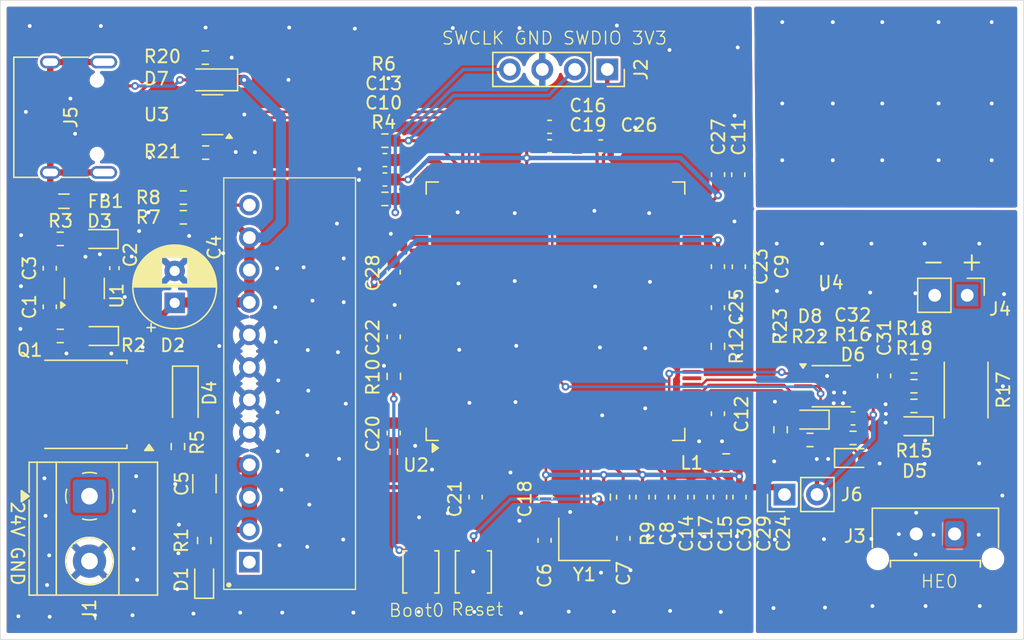
<source format=kicad_pcb>
(kicad_pcb (version 20241229) (generator "pcbnew") (generator_version "9.0")
  (layers (0 "F.Cu" signal) (2 "B.Cu" signal) (13 "F.Paste" user) (15 "B.Paste" user) (5 "F.SilkS" user "F.Silkscreen") (7 "B.SilkS" user "B.Silkscreen") (1 "F.Mask" user) (3 "B.Mask" user) (25 "Edge.Cuts" user))
  (net 0 "")
  (net 1 "+5V")
  (net 2 "GND")
  (net 3 "Net-(U1-BP)")
  (net 4 "+3V3")
  (net 5 "VDD")
  (net 6 "Net-(U2-PH0)")
  (net 7 "Net-(U2-PH1)")
  (net 8 "~{RESET}")
  (net 9 "Net-(U2-VCAP_1)")
  (net 10 "Net-(U2-VCAP_2)")
  (net 11 "+3.3VA")
  (net 12 "Heater2-")
  (net 13 "TH2")
  (net 14 "Net-(D1-A)")
  (net 15 "Net-(D2-A)")
  (net 16 "Net-(D3-A)")
  (net 17 "Net-(D4-A)")
  (net 18 "Net-(D5-A)")
  (net 19 "Net-(D6-A)")
  (net 20 "Net-(D7-A)")
  (net 21 "ALERT2")
  (net 22 "Net-(J1-Pin_1)")
  (net 23 "SWDIO")
  (net 24 "SWCLK")
  (net 25 "IN2-")
  (net 26 "Net-(PS1-VADJ)")
  (net 27 "BOOT0")
  (net 30 "Net-(U2-PB2)")
  (net 32 "Heater2+")
  (net 33 "B5")
  (net 34 "CS_HE1")
  (net 42 "ALERT_24V")
  (net 43 "UART_DRV8")
  (net 44 "TACH0")
  (net 45 "A2")
  (net 47 "CAN_RX")
  (net 49 "B7")
  (net 50 "Endstop0")
  (net 51 "A7")
  (net 53 "SPI1_MISO")
  (net 57 "CS_HE0")
  (net 58 "ALERT0")
  (net 59 "B1")
  (net 60 "B0")
  (net 64 "PWM_Hotend")
  (net 65 "ALERT_5V")
  (net 66 "SPI1_SCK")
  (net 69 "DIR_DRV8")
  (net 70 "TACH5")
  (net 73 "MCU_WLED")
  (net 75 "HEATER_TH0")
  (net 77 "SPI1_MOSI")
  (net 79 "DIAG_DRV8")
  (net 80 "ALERT1")
  (net 85 "A0")
  (net 87 "B4")
  (net 89 "B6")
  (net 90 "STEP_DRV8")
  (net 91 "A5")
  (net 92 "5V_CS")
  (net 93 "USB_P")
  (net 94 "TACH3")
  (net 95 "TH0")
  (net 98 "A6")
  (net 99 "LED0_INT")
  (net 100 "3V3_CS")
  (net 101 "LED4_INT")
  (net 102 "B3")
  (net 103 "ALERT_12V")
  (net 105 "LED2_INT")
  (net 106 "TACH4")
  (net 107 "12V_CS")
  (net 111 "LED1_INT")
  (net 112 "MCU_TH0")
  (net 113 "A4")
  (net 114 "TACH2")
  (net 116 "LED5_INT")
  (net 117 "B2")
  (net 118 "A1")
  (net 119 "ALERT_3V3")
  (net 120 "USB_N")
  (net 124 "24V_CS")
  (net 125 "TH1")
  (net 127 "TACH1")
  (net 129 "A3")
  (net 130 "LED3_INT")
  (net 132 "EN_DRV8")
  (net 133 "CS_HE2")
  (net 135 "CAN_TX")
  (net 138 "Net-(U4-IN+)")
  (net 139 "Net-(U4-IN-)")
  (net 140 "Net-(D8-A)")
  (net 141 "Net-(J5-SHIELD)")
  (net 142 "Net-(J5-CC1)")
  (net 143 "Net-(J5-D--PadA7)")
  (net 144 "Net-(J5-CC2)")
  (net 145 "Net-(J5-D+-PadA6)")
  (net 148 "/3V3")
  (footprint "Resistor_SMD:R_0603_1608Metric" (layer "F.Cu") (at 147.98 67.18)
    (property "Reference" "R6")
    (property "Value" "10k" (hide yes))
  )
  (footprint "Capacitor_SMD:C_0603_1608Metric" (layer "F.Cu") (at 184.58 88.915 180)
    (property "Reference" "C32")
    (property "Value" "100n" (hide yes))
  )
  (footprint "Capacitor_SMD:C_1206_3216Metric" (layer "F.Cu") (at 133.87 94.0225 -90)
    (property "Reference" "C5")
    (property "Value" "10u" (hide yes))
  )
  (footprint "Resistor_SMD:R_0603_1608Metric" (layer "F.Cu") (at 133.9375 60.68)
    (property "Reference" "R20")
    (property "Value" "5k1" (hide yes))
  )
  (footprint "LED_SMD:LED_0603_1608Metric" (layer "F.Cu") (at 184.62 92.01)
    (property "Reference" "D6")
    (property "Value" "red" (hide yes))
  )
  (footprint "My library:SW_SPST_B3U-1000P" (layer "F.Cu") (at 150.79 100.925 90)
    (property "Reference" "SW2" (hide yes))
    (property "Value" "BOOT0" (hide yes))
  )
  (footprint "Capacitor_SMD:C_0603_1608Metric" (layer "F.Cu") (at 174.025 69.835 90)
    (property "Reference" "C27")
    (property "Value" "100n" (hide yes))
  )
  (footprint "Capacitor_SMD:C_0603_1608Metric" (layer "F.Cu") (at 164.85 67.635)
    (property "Reference" "C26")
    (property "Value" "100n" (hide yes))
  )
  (footprint "Capacitor_SMD:C_0603_1608Metric" (layer "F.Cu") (at 174.015 80.245 90)
    (property "Reference" "C25")
    (property "Value" "100n" (hide yes))
  )
  (footprint "Capacitor_SMD:C_0603_1608Metric" (layer "F.Cu") (at 148.665 77.475 90)
    (property "Reference" "C28")
    (property "Value" "100n" (hide yes))
  )
  (footprint "Capacitor_SMD:C_0603_1608Metric" (layer "F.Cu") (at 169.634286 95.07 -90)
    (property "Reference" "C17")
    (property "Value" "100n" (hide yes))
  )
  (footprint "LED_SMD:LED_0603_1608Metric" (layer "F.Cu") (at 181.22 89.01 180)
    (property "Reference" "D8")
    (property "Value" "red,NC" (hide yes))
  )
  (footprint "Resistor_SMD:R_0603_1608Metric" (layer "F.Cu") (at 174.015 83.275 -90)
    (property "Reference" "R12")
    (property "Value" "10k" (hide yes))
  )
  (footprint "Capacitor_SMD:C_0603_1608Metric" (layer "F.Cu") (at 171.150714 95.07 -90)
    (property "Reference" "C15")
    (property "Value" "2u2" (hide yes))
  )
  (footprint "Capacitor_SMD:C_0603_1608Metric" (layer "F.Cu") (at 172.667143 95.07 -90)
    (property "Reference" "C30")
    (property "Value" "100n" (hide yes))
  )
  (footprint "Capacitor_SMD:C_0402_1005Metric" (layer "F.Cu") (at 126.83 77.1575 90)
    (property "Reference" "C2")
    (property "Value" "22n" (hide yes))
  )
  (footprint "Capacitor_SMD:C_0603_1608Metric" (layer "F.Cu") (at 168.117857 95.07 -90)
    (property "Reference" "C14")
    (property "Value" "100n" (hide yes))
  )
  (footprint "Resistor_SMD:R_0603_1608Metric" (layer "F.Cu") (at 181.215 90.6 180)
    (property "Reference" "R22")
    (property "Value" "10K,NC" (hide yes))
  )
  (footprint "Capacitor_SMD:C_0603_1608Metric" (layer "F.Cu") (at 175.605 69.845 90)
    (property "Reference" "C11")
    (property "Value" "2u2" (hide yes))
  )
  (footprint "Resistor_SMD:R_0603_1608Metric" (layer "F.Cu") (at 131.795 91.1125 -90)
    (property "Reference" "R5")
    (property "Value" "100k" (hide yes))
  )
  (footprint "Capacitor_SMD:C_0603_1608Metric" (layer "F.Cu") (at 160.855 66.1)
    (property "Reference" "C16")
    (property "Value" "1u" (hide yes))
  )
  (footprint "Capacitor_SMD:C_0603_1608Metric" (layer "F.Cu") (at 155.07 95.07 -90)
    (property "Reference" "C21")
    (property "Value" "1u" (hide yes))
  )
  (footprint "Resistor_SMD:R_2512_6332Metric" (layer "F.Cu") (at 193.42 86.695 90)
    (property "Reference" "R17")
    (property "Value" "0.01R" (hide yes))
  )
  (footprint "Resistor_SMD:R_0603_1608Metric" (layer "F.Cu") (at 165.085 95.07 90)
    (property "Reference" "R9")
    (property "Value" "100k" (hide yes))
  )
  (footprint "Resistor_SMD:R_0603_1608Metric" (layer "F.Cu") (at 122.6 82.4625 180)
    (property "Reference" "R2")
    (property "Value" "1k" (hide yes))
  )
  (footprint "Crystal:Crystal_SMD_Abracon_ABM8G-4Pin_3.2x2.5mm" (layer "F.Cu") (at 163.575 98.38)
    (property "Reference" "Y1")
    (property "Value" "25MHz" (hide yes))
  )
  (footprint "LED_SMD:LED_0603_1608Metric" (layer "F.Cu") (at 189.3625 89.525 180)
    (property "Reference" "D5")
    (property "Value" "red" (hide yes))
  )
  (footprint "Resistor_SMD:R_0603_1608Metric" (layer "F.Cu") (at 148.675 85.62 90)
    (property "Reference" "R10")
    (property "Value" "10k" (hide yes))
  )
  (footprint "Resistor_SMD:R_0603_1608Metric" (layer "F.Cu") (at 178.915 89.8 90)
    (property "Reference" "R23")
    (property "Value" "1K,NC" (hide yes))
  )
  (footprint "Capacitor_SMD:C_0603_1608Metric" (layer "F.Cu") (at 148.665 82.53 90)
    (property "Reference" "C22")
    (property "Value" "100n" (hide yes))
  )
  (footprint "Capacitor_SMD:C_0603_1608Metric" (layer "F.Cu") (at 175.65 77.045 -90)
    (property "Reference" "C9")
    (property "Value" "4u7" (hide yes))
  )
  (footprint "Resistor_SMD:R_0603_1608Metric" (layer "F.Cu") (at 122.6 74.8675 180)
    (property "Reference" "R3")
    (property "Value" "1k" (hide yes))
  )
  (footprint "My library:SW_SPST_B3U-1000P" (layer "F.Cu") (at 154.895 100.925 90)
    (property "Reference" "SW1" (hide yes))
    (property "Value" "Reset" (hide yes))
  )
  (footprint "Diode_SMD:D_SOD-323_HandSoldering" (layer "F.Cu") (at 134.455 62.425 180)
    (property "Reference" "D7")
    (property "Value" "CUS10S30,H3F" (hide yes))
  )
  (footprint "Package_TO_SOT_SMD:TO-252-2" (layer "F.Cu") (at 124.5 87.8125 180)
    (property "Reference" "Q1")
    (property "Value" "SUD50P06-15-GE3" (hide yes))
  )
  (footprint "Capacitor_SMD:C_0603_1608Metric" (layer "F.Cu") (at 166.63 98.3 -90)
    (property "Reference" "C7")
    (property "Value" "12pF" (hide yes))
  )
  (footprint "Library:R7450P" (layer "F.Cu") (at 137.38 86.1925 90)
    (property "Reference" "PS1" (hide yes))
    (property "Value" "K7805-3AR3" (hide yes))
  )
  (footprint "Capacitor_SMD:C_0603_1608Metric" (layer "F.Cu") (at 174.183571 95.07 -90)
    (property "Reference" "C29")
    (property "Value" "2u2" (hide yes))
  )
  (footprint "Diode_SMD:D_SOD-123" (layer "F.Cu") (at 132.375 87.185 -90)
    (property "Reference" "D4")
    (property "Value" "15V" (hide yes))
  )
  (footprint "Resistor_SMD:R_0603_1608Metric" (layer "F.Cu") (at 133.855 98.4675 90)
    (property "Reference" "R1")
    (property "Value" "10k" (hide yes))
  )
  (footprint "TerminalBlock_Phoenix:TerminalBlock_Phoenix_MKDS-1,5-2-5.08_1x02_P5.08mm_Horizontal" (layer "F.Cu") (at 124.8825 95 -90)
    (property "Reference" "J1")
    (property "Value" "MAX128H-5.08-02P" (hide yes))
  )
  (footprint "Resistor_SMD:R_0603_1608Metric" (layer "F.Cu") (at 189.3425 87.938333)
    (property "Reference" "R15")
    (property "Value" "1k" (hide yes))
  )
  (footprint "Capacitor_SMD:C_0603_1608Metric" (layer "F.Cu") (at 160.54 95.07 -90)
    (property "Reference" "C18")
    (property "Value" "100n" (hide yes))
  )
  (footprint "Capacitor_SMD:C_0603_1608Metric" (layer "F.Cu") (at 147.98 70.22 180)
    (property "Reference" "C10")
    (property "Value" "100n" (hide yes))
  )
  (footprint "Package_SO:VSSOP-10_3x3mm_P0.5mm" (layer "F.Cu") (at 182.88 86.395)
    (property "Reference" "U4")
    (property "Value" "INA229" (hide yes))
  )
  (footprint "Package_QFP:LQFP-144_20x20mm_P0.5mm" (layer "F.Cu") (at 161.315 80.525 90)
    (property "Reference" "U2")
    (property "Value" "STM32H743ZIT6" (hide yes))
  )
  (footprint "Capacitor_SMD:C_0603_1608Metric" (layer "F.Cu") (at 121.775 80.1825 90)
    (property "Reference" "C1")
    (property "Value" "1u" (hide yes))
  )
  (footprint "Resistor_SMD:R_0603_1608Metric" (layer "F.Cu") (at 132.22 73.1775)
    (property "Reference" "R7")
    (property "Value" "361k" (hide yes))
  )
  (footprint "Capacitor_SMD:C_0603_1608Metric" (layer "F.Cu") (at 160.855 67.62)
    (property "Reference" "C19")
    (property "Value" "100n" (hide yes))
  )
  (footprint "Capacitor_SMD:C_0603_1608Metric" (layer "F.Cu") (at 121.775 77.1625 -90)
    (property "Reference" "C3")
    (property "Value" "2u2" (hide yes))
  )
  (footprint "Inductor_SMD:L_0805_2012Metric" (layer "F.Cu") (at 122.8825 71.92)
    (property "Reference" "FB1")
    (property "Value" "600Z" (hide yes))
  )
  (footprint "Capacitor_SMD:C_0603_1608Metric" (layer "F.Cu") (at 160.46 98.455 90)
    (property "Reference" "C6")
    (property "Value" "12pF" (hide yes))
  )
  (footprint "Capacitor_SMD:C_0603_1608Metric" (layer "F.Cu") (at 174.015 77.04 -90)
    (property "Reference" "C23")
    (property "Value" "100n" (hide yes))
  )
  (footprint "LED_SMD:LED_0603_1608Metric" (layer "F.Cu") (at 125.66 82.4675 180)
    (property "Reference" "D2")
    (property "Value" "red" (hide yes))
  )
  (footprint "Resistor_SMD:R_0603_1608Metric" (layer "F.Cu") (at 132.22 71.6325)
    (property "Reference" "R8")
    (property "Value" "100k" (hide yes))
  )
  (footprint "Capacitor_SMD:C_0603_1608Metric" (layer "F.Cu") (at 174.015 88.55 -90)
    (property "Reference" "C12")
    (property "Value" "100n" (hide yes))
  )
  (footprint "LED_SMD:LED_0603_1608Metric" (layer "F.Cu") (at 125.63 74.8775 180)
    (property "Reference" "D3")
    (property "Value" "red" (hide yes))
  )
  (footprint "Capacitor_SMD:C_0603_1608Metric" (layer "F.Cu") (at 147.98 68.7 180)
    (property "Reference" "C13")
    (property "Value" "2u2" (hide yes))
  )
  (footprint "Capacitor_THT:CP_Radial_D6.3mm_P2.50mm" (layer "F.Cu") (at 131.54 79.8725 90)
    (property "Reference" "C4")
    (property "Value" "100u/25V" (hide yes))
  )
  (footprint "Connector_PinHeader_2.54mm:PinHeader_1x02_P2.54mm_Vertical" (layer "F.Cu") (at 179.22 94.87 90)
    (property "Reference" "J6")
    (property "Value" "MAX128H-3.81-02P" (hide yes))
  )
  (footprint "Capacitor_SMD:C_0603_1608Metric" (layer "F.Cu") (at 148.665 90.055 -90)
    (property "Reference" "C20")
    (property "Value" "100n" (hide yes))
  )
  (footprint "Connector_Molex:Molex_Micro-Fit_3.0_43650-0215_1x02_P3.00mm_Vertical" (layer "F.Cu") (at 192.52 97.95 180)
    (property "Reference" "J3")
    (property "Value" "MAX128H-3.81-02P" (hide yes))
  )
  (footprint "Capacitor_SMD:C_0603_1608Metric" (layer "F.Cu") (at 187.0125 85.585 -90)
    (property "Reference" "C31")
    (property "Value" "100n" (hide yes))
  )
  (footprint "Resistor_SMD:R_0603_1608Metric" (layer "F.Cu") (at 133.965 68.115)
    (property "Reference" "R21")
    (property "Value" "5k1" (hide yes))
  )
  (footprint "Connector_USB:USB_C_Receptacle_HRO_TYPE-C-31-M-12" (layer "F.Cu") (at 122.865 65.35 -90)
    (property "Reference" "J5")
    (property "Value" "USB_C_Receptacle_USB2.0" (hide yes))
  )
  (footprint "Resistor_SMD:R_0603_1608Metric" (layer "F.Cu") (at 147.98 71.74)
    (property "Reference" "R4")
    (property "Value" "10k" (hide yes))
  )
  (footprint "Resistor_SMD:R_0603_1608Metric" (layer "F.Cu") (at 184.58 90.4425)
    (property "Reference" "R16")
    (property "Value" "1K" (hide yes))
  )
  (footprint "Connector_PinSocket_2.54mm:PinSocket_1x04_P2.54mm_Vertical" (layer "F.Cu") (at 165.365 61.61 -90)
    (property "Reference" "J2")
    (property "Value" "PZ254V-11-04P" (hide yes))
  )
  (footprint "Resistor_SMD:R_0603_1608Metric" (layer "F.Cu") (at 189.3425 86.391667 180)
    (property "Reference" "R19")
    (property "Value" "10R" (hide yes))
  )
  (footprint "Connector_PinHeader_2.54mm:PinHeader_1x02_P2.54mm_Vertical" (layer "F.Cu") (at 193.505 79.28 -90)
    (property "Reference" "J4")
    (property "Value" "MAX128H-3.81-02P" (hide yes))
  )
  (footprint "Inductor_SMD:L_0805_2012Metric_Pad1.15x1.40mm_HandSolder" (layer "F.Cu") (at 174.66 92.395 180)
    (property "Reference" "L1")
    (property "Value" "10uH" (hide yes))
  )
  (footprint "Capacitor_SMD:C_0603_1608Metric" (layer "F.Cu") (at 166.601429 95.07 -90)
    (property "Reference" "C8")
    (property "Value" "100n" (hide yes))
  )
  (footprint "Package_TO_SOT_SMD:SOT-23-5" (layer "F.Cu") (at 124.4775 78.7425 90)
    (property "Reference" "U1")
    (property "Value" "AP2112K-3.3V/AP2127K-3.3V" (hide yes))
  )
  (footprint "Capacitor_SMD:C_0603_1608Metric" (layer "F.Cu") (at 175.7 95.07 -90)
    (property "Reference" "C24")
    (property "Value" "100n" (hide yes))
  )
  (footprint "Resistor_SMD:R_0603_1608Metric" (layer "F.Cu") (at 189.3425 84.845 180)
    (property "Reference" "R18")
    (property "Value" "10R" (hide yes))
  )
  (footprint "LED_SMD:LED_0603_1608Metric" (layer "F.Cu") (at 133.8475 101.5025 90)
    (property "Reference" "D1")
    (property "Value" "red" (hide yes))
  )
  (footprint "Package_TO_SOT_SMD:SOT-23-6" (layer "F.Cu") (at 134.5025 65.15 180)
    (property "Reference" "U3")
    (property "Value" "USBLC6-2SC6" (hide yes))
  )
  (gr_rect (start 117.91 56.2) (end 197.91 106.2) (stroke (width 0.05)) (fill no) (layer "Edge.Cuts"))
  (gr_text "- +" (at 189.84 77.48 0) (layer "F.SilkS") (effects (font (size 1.5 1.5)) (justify left bottom)))
  (gr_text "Boot0" (at 148.22 104.52 0) (layer "F.SilkS") (effects (font (size 1 1) (thickness 0.1)) (justify left bottom)))
  (gr_text "SWCLK GND SWDIO 3V3" (at 152.355 59.745 0) (layer "F.SilkS") (effects (font (size 1 1) (thickness 0.1)) (justify left bottom)))
  (gr_text "HE0" (at 189.81 102.255 0) (layer "F.SilkS") (effects (font (size 1 1) (thickness 0.1)) (justify left bottom)))
  (gr_text "24V GND" (at 118.66 102.09 270) (layer "F.SilkS") (effects (font (size 1 1)) (justify right bottom)))
  (gr_text "Reset" (at 153.085 104.43 0) (layer "F.SilkS") (effects (font (size 1 1) (thickness 0.1)) (justify left bottom)))
  (segment (start 137.38 79.8425) (end 131.57 79.8425) (width 0.8) (layer "F.Cu") (net 1))
  (segment (start 133.045 73.1775) (end 135.795 73.1775) (width 0.5) (layer "F.Cu") (net 1))
  (segment (start 125.4275 79.88) (end 125.43 79.8825) (width 0.5) (layer "F.Cu") (net 1))
  (segment (start 121.9325 81.115) (end 121.775 80.9575) (width 0.5) (layer "F.Cu") (net 1))
  (segment (start 123.53 81.115) (end 125.43 81.115) (width 0.5) (layer "F.Cu") (net 1))
  (segment (start 130.2975 81.115) (end 125.43 81.115) (width 0.5) (layer "F.Cu") (net 1))
  (segment (start 135.795 73.1775) (end 137.38 74.7625) (width 0.5) (layer "F.Cu") (net 1))
  (segment (start 123.5275 79.88) (end 123.5275 81.1125) (width 0.5) (layer "F.Cu") (net 1))
  (segment (start 137.38 79.8425) (end 137.38 74.7625) (width 0.8) (layer "F.Cu") (net 1))
  (segment (start 131.57 79.8425) (end 131.54 79.8725) (width 0.8) (layer "F.Cu") (net 1))
  (segment (start 136.97 62.425) (end 136.975 62.43) (width 0.8) (layer "F.Cu") (net 1))
  (segment (start 135.705 62.425) (end 136.97 62.425) (width 0.8) (layer "F.Cu") (net 1))
  (segment (start 121.775 82.4625) (end 121.775 80.9575) (width 0.5) (layer "F.Cu") (net 1))
  (segment (start 131.54 79.8725) (end 130.2975 81.115) (width 0.5) (layer "F.Cu") (net 1))
  (segment (start 123.5275 81.1125) (end 123.53 81.115) (width 0.5) (layer "F.Cu") (net 1))
  (segment (start 125.43 79.8825) (end 125.43 81.115) (width 0.5) (layer "F.Cu") (net 1))
  (segment (start 123.53 81.115) (end 121.9325 81.115) (width 0.5) (layer "F.Cu") (net 1))
  (via (at 136.975 62.43) (size 0.6) (drill 0.3) (layers "F.Cu" "B.Cu") (net 1))
  (segment (start 139.84 65.295) (end 139.84 73.56) (width 0.8) (layer "B.Cu") (net 1))
  (segment (start 136.975 62.43) (end 139.84 65.295) (width 0.8) (layer "B.Cu") (net 1))
  (segment (start 139.84 73.56) (end 138.6375 74.7625) (width 0.8) (layer "B.Cu") (net 1))
  (segment (start 138.6375 74.7625) (end 137.38 74.7625) (width 0.8) (layer "B.Cu") (net 1))
  (segment (start 173.465 88.775) (end 174.015 89.325) (width 0.25) (layer "F.Cu") (net 2))
  (segment (start 165.065 68.195) (end 165.6295 67.6305) (width 0.25) (layer "F.Cu") (net 2))
  (segment (start 150.6525 82.275) (end 149.185 82.275) (width 0.25) (layer "F.Cu") (net 2))
  (segment (start 173.84 82.275) (end 174.015 82.45) (width 0.25) (layer "F.Cu") (net 2))
  (segment (start 150.6525 77.275) (end 149.24 77.275) (width 0.25) (layer "F.Cu") (net 2))
  (segment (start 149.185 82.275) (end 148.665 81.755) (width 0.25) (layer "F.Cu") (net 2))
  (segment (start 149.24 77.275) (end 148.665 76.7) (width 0.25) (layer "F.Cu") (net 2))
  (segment (start 148.675 84.795) (end 147.905 84.795) (width 0.5) (layer "F.Cu") (net 2))
  (segment (start 171.9775 82.275) (end 173.84 82.275) (width 0.25) (layer "F.Cu") (net 2))
  (segment (start 165.065 69.8625) (end 165.065 68.195) (width 0.25) (layer "F.Cu") (net 2))
  (segment (start 171.9775 88.775) (end 173.465 88.775) (width 0.25) (layer "F.Cu") (net 2))
  (segment (start 173.475 77.275) (end 174.015 77.815) (width 0.25) (layer "F.Cu") (net 2))
  (segment (start 171.9775 77.275) (end 173.475 77.275) (width 0.25) (layer "F.Cu") (net 2))
  (via (at 123.39 63.89) (size 0.6) (drill 0.3) (layers "F.Cu" "B.Cu") (net 2))
  (via (at 131.83 99.465) (size 0.6) (drill 0.3) (layers "F.Cu" "B.Cu") (net 2))
  (via (at 139.585 88.44) (size 0.6) (drill 0.3) (layers "F.Cu" "B.Cu") (net 2))
  (via (at 168.33 83.42) (size 0.6) (drill 0.3) (layers "F.Cu" "B.Cu") (net 2))
  (via (at 145.945 70.26) (size 0.6) (drill 0.3) (layers "F.Cu" "B.Cu") (net 2))
  (via (at 139.95 104.11) (size 0.6) (drill 0.3) (layers "F.Cu" "B.Cu") (net 2))
  (via (at 175.475 79.31) (size 0.6) (drill 0.3) (layers "F.Cu" "B.Cu") (net 2))
  (via (at 168.33 88.125) (size 0.6) (drill 0.3) (layers "F.Cu" "B.Cu") (net 2))
  (via (at 121.36 93.6) (size 0.6) (drill 0.3) (layers "F.Cu" "B.Cu") (net 2))
  (via (at 128.61 101.545) (size 0.6) (drill 0.3) (layers "F.Cu" "B.Cu") (net 2))
  (via (at 175.495 98.135) (size 0.6) (drill 0.3) (layers "F.Cu" "B.Cu") (net 2))
  (via (at 150.655 96.655) (size 0.6) (drill 0.3) (layers "F.Cu" "B.Cu") (net 2))
  (via (at 175.755 81.13) (size 0.6) (drill 0.3) (layers "F.Cu" "B.Cu") (net 2))
  (via (at 133.01 104.19) (size 0.6) (drill 0.3) (layers "F.Cu" "B.Cu") (net 2))
  (via (at 128.245 104.315) (size 0.6) (drill 0.3) (layers "F.Cu" "B.Cu") (net 2))
  (via (at 133.96 58.33) (size 0.6) (drill 0.3) (layers "F.Cu" "B.Cu") (net 2))
  (via (at 141.91 91.795) (size 0.6) (drill 0.3) (layers "F.Cu" "B.Cu") (net 2))
  (via (at 132.04 83.25) (size 0.6) (drill 0.3) (layers "F.Cu" "B.Cu") (net 2))
  (via (at 165.88 104.03) (size 0.6) (drill 0.3) (layers "F.Cu" "B.Cu") (net 2))
  (via (at 139.64 85.94) (size 0.6) (drill 0.3) (layers "F.Cu" "B.Cu") (net 2))
  (via (at 175.31 73.5) (size 0.6) (drill 0.3) (layers "F.Cu" "B.Cu") (net 2))
  (via (at 162.35 104.03) (size 0.6) (drill 0.3) (layers "F.Cu" "B.Cu") (net 2))
  (via (at 164.42 78.595) (size 0.6) (drill 0.3) (layers "F.Cu" "B.Cu") (net 2))
  (via (at 123.08 83.83) (size 0.6) (drill 0.3) (layers "F.Cu" "B.Cu") (net 2))
  (via (at 144.92 87.76) (size 0.6) (drill 0.3) (layers "F.Cu" "B.Cu") (net 2))
  (via (at 148.255 62.3) (size 0.6) (drill 0.3) (layers "F.Cu" "B.Cu") (net 2))
  (via (at 168.64 72.85) (size 0.6) (drill 0.3) (layers "F.Cu" "B.Cu") (net 2))
  (via (at 154.885 100.905) (size 0.6) (drill 0.3) (layers "F.Cu" "B.Cu") (net 2))
  (via (at 128.53 93.44) (size 0.6) (drill 0.3) (layers "F.Cu" "B.Cu") (net 2))
  (via (at 128.185 76.245) (size 0.6) (drill 0.3) (layers "F.Cu" "B.Cu") (net 2))
  (via (at 154.585 87.695) (size 0.6) (drill 0.3) (layers "F.Cu" "B.Cu") (net 2))
  (via (at 125.935 71.53) (size 0.6) (drill 0.3) (layers "F.Cu" "B.Cu") (net 2))
  (via (at 136.99 65.14) (size 0.6) (drill 0.3) (layers "F.Cu" "B.Cu") (net 2))
  (via (at 167.185 100.795) (size 0.6) (drill 0.3) (layers "F.Cu" "B.Cu") (net 2))
  (via (at 158.13 78.165) (size 0.6) (drill 0.3) (layers "F.Cu" "B.Cu") (net 2))
  (via (at 164.875 100.985) (size 0.6) (drill 0.3) (layers "F.Cu" "B.Cu") (net 2))
  (via (at 131.75 102.275) (size 0.6) (drill 0.3) (layers "F.Cu" "B.Cu") (net 2))
  (via (at 148.44 74.47) (size 0.6) (drill 0.3) (layers "F.Cu" "B.Cu") (net 2))
  (via (at 142.315 79.695) (size 0.6) (drill 0.3) (layers "F.Cu" "B.Cu") (net 2))
  (via (at 141.99 86.74) (size 0.6) (drill 0.3) (layers "F.Cu" "B.Cu") (net 2))
  (via (at 125.69 76.07) (size 0.6) (drill 0.3) (layers "F.Cu" "B.Cu") (net 2))
  (via (at 174.245 104.055) (size 0.6) (drill 0.3) (layers "F.Cu" "B.Cu") (net 2))
  (via (at 129.035 83.34) (size 0.6) (drill 0.3) (layers "F.Cu" "B.Cu") (net 2))
  (via (at 153.79 83.545) (size 0.6) (drill 0.3) (layers "F.Cu" "B.Cu") (net 2))
  (via (at 144.72 98.39) (size 0.6) (drill 0.3) (layers "F.Cu" "B.Cu") (net 2))
  (via (at 153.285 58.37) (size 0.6) (drill 0.3) (layers "F.Cu" "B.Cu") (net 2))
  (via (at 145.985 69.41) (size 0.6) (drill 0.3) (layers "F.Cu" "B.Cu") (net 2))
  (via (at 139.45 82.93) (size 0.6) (drill 0.3) (layers "F.Cu" "B.Cu") (net 2))
  (via (at 158.13 72.85) (size 0.6) (drill 0.3) (layers "F.Cu" "B.Cu") (net 2))
  (via (at 140.435 62.425) (size 0.6) (drill 0.3) (layers "F.Cu" "B.Cu") (net 2))
  (via (at 119.905 64.93) (size 0.6) (drill 0.3) (layers "F.Cu" "B.Cu") (net 2))
  (via (at 154.965 104.055) (size 0.6) (drill 0.3) (layers "F.Cu" "B.Cu") (net 2))
  (via (at 145.625 58.415) (size 0.6) (drill 0.3) (layers "F.Cu" "B.Cu") (net 2))
  (via (at 170.28 103.975) (size 0.6) (drill 0.3) (layers "F.Cu" "B.Cu") (net 2))
  (via (at 144.76 79.82) (size 0.6) (drill 0.3) (layers "F.Cu" "B.Cu") (net 2))
  (via (at 158.495 96.92) (size 0.6) (drill 0.3) (layers "F.Cu" "B.Cu") (net 2))
  (via (at 121.77 104.435) (size 0.6) (drill 0.3) (layers "F.Cu" "B.Cu") (net 2))
  (via (at 153.73 78.35) (size 0.6) (drill 0.3) (layers "F.Cu" "B.Cu") (net 2))
  (via (at 172.97 98.165) (size 0.6) (drill 0.3) (layers "F.Cu" "B.Cu") (net 2))
  (via (at 128.765 74.255) (size 0.6) (drill 0.3) (layers "F.Cu" "B.Cu") (net 2))
  (via (at 141.625 77.09) (size 0.6) (drill 0.3) (layers "F.Cu" "B.Cu") (net 2))
  (via (at 153.67 72.79) (size 0.6) (drill 0.3) (layers "F.Cu" "B.Cu") (net 2))
  (via (at 158.5 58.37) (size 0.6) (drill 0.3) (layers "F.Cu" "B.Cu") (net 2))
  (via (at 164.36 72.67) (size 0.6) (drill 0.3) (layers "F.Cu" "B.Cu") (net 2))
  (via (at 126.59 83.83) (size 0.6) (drill 0.3) (layers "F.Cu" "B.Cu") (net 2))
  (via (at 152.895 96.33) (size 0.6) (drill 0.3) (layers "F.Cu" "B.Cu") (net 2))
  (via (at 136.31 68.07) (size 0.6) (drill 0.3) (layers "F.Cu" "B.Cu") (net 2))
  (via (at 139.885 94.495) (size 0.6) (drill 0.3) (layers "F.Cu" "B.Cu") (net 2))
  (via (at 142.07 95.66) (size 0.6) (drill 0.3) (layers "F.Cu" "B.Cu") (net 2))
  (via (at 158.25 83.235) (size 0.6) (drill 0.3) (layers "F.Cu" "B.Cu") (net 2))
  (via (at 129.59 68.505) (size 0.6) (drill 0.3) (layers "F.Cu" "B.Cu") (net 2))
  (via (at 164.79 83.36) (size 0.6) (drill 0.3) (layers "F.Cu" "B.Cu") (net 2))
  (via (at 170.23 60.085) (size 0.6) (drill 0.3) (layers "F.Cu" "B.Cu") (net 2))
  (via (at 164.97 88.675) (size 0.6) (drill 0.3) (layers "F.Cu" "B.Cu") (net 2))
  (via (at 167.54 66.15) (size 0.6) (drill 0.3) (layers "F.Cu" "B.Cu") (net 2))
  (via (at 139.61 91.48) (size 0.6) (drill 0.3) (layers "F.Cu" "B.Cu") (net 2))
  (via (at 150.62 104.055) (size 0.6) (drill 0.3) (layers "F.Cu" "B.Cu") (net 2))
  (via (at 168.57 98.08) (size 0.6) (drill 0.3) (layers "F.Cu" "B.Cu") (net 2))
  (via (at 162.46 96.235) (size 0.6) (drill 0.3) (layers "F.Cu" "B.Cu") (net 2))
  (via (at 121.73 99.63) (size 0.6) (drill 0.3) (layers "F.Cu" "B.Cu") (net 2))
  (via (at 140.495 58.33) (size 0.6) (drill 0.3) (layers "F.Cu" "B.Cu") (net 2))
  (via (at 121.565 101.95) (size 0.6) (drill 0.3) (layers "F.Cu" "B.Cu") (net 2))
  (via (at 137.81 68.09) (size 0.6) (drill 0.3) (layers "F.Cu" "B.Cu") (net 2))
  (via (at 119.48 81.91) (size 0.6) (drill 0.3) (layers "F.Cu" "B.Cu") (net 2))
  (via (at 131.87 97.225) (size 0.6) (drill 0.3) (layers "F.Cu" "B.Cu") (net 2))
  (via (at 119.54 74.58) (size 0.6) (drill 0.3) (layers "F.Cu" "B.Cu") (net 2))
  (via (at 166.115 58.17) (size 0.6) (drill 0.3) (layers "F.Cu" "B.Cu") (net 2))
  (via (at 175.62 84.04) (size 0.6) (drill 0.3) (layers "F.Cu" "B.Cu") (net 2))
  (via (at 139.395 80.215) (size 0.6) (drill 0.3) (layers "F.Cu" "B.Cu") (net 2))
  (via (at 119.325 104.395) (size 0.6) (drill 0.3) (layers "F.Cu" "B.Cu") (net 2))
  (via (at 175.32 65.23) (size 0.6) (drill 0.3) (layers "F.Cu" "B.Cu") (net 2))
  (via (at 139.745 98.84) (size 0.6) (drill 0.3) (layers "F.Cu" "B.Cu") (net 2))
  (via (at 175.565 59.885) (size 0.6) (drill 0.3) (layers "F.Cu" "B.Cu") (net 2))
  (via (at 135.335 75.99) (size 0.6) (drill 0.3) (layers "F.Cu" "B.Cu") (net 2))
  (via (at 170.605 98.08) (size 0.6) (drill 0.3) (layers "F.Cu" "B.Cu") (net 2))
  (via (at 127.64 79.415) (size 0.6) (drill 0.3) (layers "F.Cu" "B.Cu") (net 2))
  (via (at 131.585 94.05) (size 0.6) (drill 0.3) (layers "F.Cu" "B.Cu") (net 2))
  (via (at 141.95 83.565) (size 0.6) (drill 0.3) (layers "F.Cu" "B.Cu") (net 2))
  (via (at 144.31 83.73) (size 0.6) (drill 0.3) (layers "F.Cu" "B.Cu") (net 2))
  (via (at 125.315 104.315) (size 0.6) (drill 0.3) (layers "F.Cu" "B.Cu") (net 2))
  (via (at 158.63 104.135) (size 0.6) (drill 0.3) (layers "F.Cu" "B.Cu") (net 2))
  (via (at 148.74 80.035) (size 0.6) (drill 0.3) (layers "F.Cu" "B.Cu") (net 2))
  (via (at 144.395 92.08) (size 0.6) (drill 0.3) (layers "F.Cu" "B.Cu") (net 2))
  (via (at 168.7 78.23) (size 0.6) (drill 0.3) (layers "F.Cu" "B.Cu") (net 2))
  (via (at 147.905 84.795) (size 0.6) (drill 0.3) (layers "F.Cu" "B.Cu") (net 2))
  (via (at 136 60.68) (size 0.6) (drill 0.3) (layers "F.Cu" "B.Cu") (net 2))
  (via (at 150.345 91.055) (size 0.6) (drill 0.3) (layers "F.Cu" "B.Cu") (net 2))
  (via (at 125.77 58.21) (size 0.6) (drill 0.3) (layers "F.Cu" "B.Cu") (net 2))
  (via (at 158.19 87.635) (size 0.6) (drill 0.3) (layers "F.Cu" "B.Cu") (net 2))
  (via (at 123.755 66.64) (size 0.6) (drill 0.3) (layers "F.Cu" "B.Cu") (net 2))
  (via (at 141.91 98.96) (size 0.6) (drill 0.3) (layers "F.Cu" "B.Cu") (net 2))
  (via (at 119.525 78.57) (size 0.6) (drill 0.3) (layers "F.Cu" "B.Cu") (net 2))
  (via (at 145.515 104.11) (size 0.6) (drill 0.3) (layers "F.Cu" "B.Cu") (net 2))
  (via (at 144.76 76.395) (size 0.6) (drill 0.3) (layers "F.Cu" "B.Cu") (net 2))
  (via (at 151.665 92.915) (size 0.6) (drill 0.3) (layers "F.Cu" "B.Cu") (net 2))
  (via (at 128.37 96.165) (size 0.6) (drill 0.3) (layers "F.Cu" "B.Cu") (net 2))
  (via (at 121.445 96.535) (size 0.6) (drill 0.3) (layers "F.Cu" "B.Cu") (net 2))
  (via (at 174.335 90.705) (size 0.6) (drill 0.3) (layers "F.Cu" "B.Cu") (net 2))
  (via (at 144.23 73.67) (size 0.6) (drill 0.3) (layers "F.Cu" "B.Cu") (net 2))
  (via (at 128.325 99.1) (size 0.6) (drill 0.3) (layers "F.Cu" "B.Cu") (net 2))
  (via (at 132.675 74.635) (size 0.6) (drill 0.3) (layers "F.Cu" "B.Cu") (net 2))
  (via (at 124.565 76.265) (size 0.6) (drill 0.3) (layers "F.Cu" "B.Cu") (net 2))
  (via (at 157.795 93.145) (size 0.6) (drill 0.3) (layers "F.Cu" "B.Cu") (net 2))
  (via (at 136.665 104.11) (size 0.6) (drill 0.3) (layers "F.Cu" "B.Cu") (net 2))
  (via (at 135.03 83.25) (size 0.6) (drill 0.3) (layers "F.Cu" "B.Cu") (net 2))
  (via (at 172.545 90.705) (size 0.6) (drill 0.3) (layers "F.Cu" "B.Cu") (net 2))
  (via (at 129.49 72.79) (size 0.6) (drill 0.3) (layers "F.Cu" "B.Cu") (net 2))
  (via (at 139.555 77.17) (size 0.6) (drill 0.3) (layers "F.Cu" "B.Cu") (net 2))
  (via (at 120.21 58.21) (size 0.6) (drill 0.3) (layers "F.Cu" "B.Cu") (net 2))
  (segment (start 126.7975 77.605) (end 126.83 77.6375) (width 0.5) (layer "F.Cu") (net 3))
  (segment (start 125.4275 77.605) (end 126.7975 77.605) (width 0.5) (layer "F.Cu") (net 3))
  (segment (start 170.455 81.17) (end 170.455 77.29) (width 0.25) (layer "F.Cu") (net 4))
  (segment (start 165.365 61.61) (end 165.365 63.925) (width 0.35) (layer "F.Cu") (net 4))
  (segment (start 141.845 69.78) (end 143.805 71.74) (width 0.5) (layer "F.Cu") (net 4))
  (segment (start 149.14 77.775) (end 148.665 78.25) (width 0.25) (layer "F.Cu") (net 4))
  (segment (start 147.235 71.74) (end 148.755 70.22) (width 0.25) (layer "F.Cu") (net 4))
  (segment (start 147.155 78.25) (end 147.155 83.3) (width 0.5) (layer "F.Cu") (net 4))
  (segment (start 159.4 66.1) (end 160.08 66.1) (width 0.25) (layer "F.Cu") (net 4))
  (segment (start 160.565 91.1875) (end 160.565 93.33) (width 0.2) (layer "F.Cu") (net 4))
  (segment (start 149.195 82.775) (end 148.665 83.305) (width 0.25) (layer "F.Cu") (net 4))
  (segment (start 175.685 88.25) (end 175.685 92.395) (width 0.25) (layer "F.Cu") (net 4))
  (segment (start 175.685 93.45) (end 175.685 94.28) (width 0.5) (layer "F.Cu") (net 4))
  (segment (start 160.565 93.33) (end 160.565 94.27) (width 0.2) (layer "F.Cu") (net 4))
  (segment (start 121.775 74.8675) (end 121.775 76.3875) (width 0.5) (layer "F.Cu") (net 4))
  (segment (start 159.065 69.8625) (end 159.065 68.535) (width 0.25) (layer "F.Cu") (net 4))
  (segment (start 165.365 63.925) (end 164.075 65.215) (width 0.35) (layer "F.Cu") (net 4))
  (segment (start 144.88 71.74) (end 144.88 68.49) (width 0.5) (layer "F.Cu") (net 4))
  (segment (start 147.155 83.3) (end 147.155 89.28) (width 0.5) (layer "F.Cu") (net 4))
  (segment (start 160.08 67.62) (end 159.065 67.62) (width 0.25) (layer "F.Cu") (net 4))
  (segment (start 122.4 73.57) (end 126.265 73.57) (width 0.5) (layer "F.Cu") (net 4))
  (segment (start 165.085 94.245) (end 165.085 93.327857) (width 0.25) (layer "F.Cu") (net 4))
  (segment (start 174.025 71.47) (end 174.025 70.61) (width 0.25) (layer "F.Cu") (net 4))
  (segment (start 155.07 94.295) (end 160.54 94.295) (width 0.35) (layer "F.Cu") (net 4))
  (segment (start 171.9775 81.775) (end 171.06 81.775) (width 0.25) (layer "F.Cu") (net 4))
  (segment (start 155.07 94.295) (end 147.155 94.295) (width 0.35) (layer "F.Cu") (net 4))
  (segment (start 151.455 89.275) (end 151.585 89.145) (width 0.2) (layer "F.Cu") (net 4))
  (segment (start 146.19 67.18) (end 147.155 67.18) (width 0.5) (layer "F.Cu") (net 4))
  (segment (start 144.88 68.49) (end 146.19 67.18) (width 0.5) (layer "F.Cu") (net 4))
  (segment (start 143.805 71.74) (end 147.155 71.74) (width 0.5) (layer "F.Cu") (net 4))
  (segment (start 164.075 67.635) (end 164.565 68.125) (width 0.25) (layer "F.Cu") (net 4))
  (segment (start 121.775 74.8675) (end 121.775 74.195) (width 0.5) (layer "F.Cu") (net 4))
  (segment (start 159.065 68.535) (end 164.565 68.535) (width 0.25) (layer "F.Cu") (net 4))
  (segment (start 159.065 68.535) (end 159.065 67.62) (width 0.25) (layer "F.Cu") (net 4))
  (segment (start 147.155 89.28) (end 147.155 94.295) (width 0.5) (layer "F.Cu") (net 4))
  (segment (start 152.565 69.8625) (end 152.565 69.17) (width 0.25) (layer "F.Cu") (net 4))
  (segment (start 167.065 92.275) (end 168.117857 93.327857) (width 0.25) (layer "F.Cu") (net 4))
  (segment (start 147.155 71.74) (end 147.235 71.74) (width 0.25) (layer "F.Cu") (net 4))
  (segment (start 178.645 94.295) (end 175.7 94.295) (width 0.5) (layer "F.Cu") (net 4))
  (segment (start 130.055 69.78) (end 141.845 69.78) (width 0.5) (layer "F.Cu") (net 4))
  (segment (start 150.6525 89.275) (end 148.67 89.275) (width 0.25) (layer "F.Cu") (net 4))
  (segment (start 150.6525 82.775) (end 149.195 82.775) (width 0.25) (layer "F.Cu") (net 4))
  (segment (start 170.97 76.775) (end 171.9775 76.775) (width 0.25) (layer "F.Cu") (net 4))
  (segment (start 123.5275 77.605) (end 123.5275 76.8275) (width 0.5) (layer "F.Cu") (net 4))
  (segment (start 147.16 83.305) (end 147.155 83.3) (width 0.25) (layer "F.Cu") (net 4))
  (segment (start 159.065 67.62) (end 159.065 66.435) (width 0.25) (layer "F.Cu") (net 4))
  (segment (start 123.0875 76.3875) (end 121.775 76.3875) (width 0.5) (layer "F.Cu") (net 4))
  (segment (start 171.9775 76.775) (end 173.505 76.775) (width 0.25) (layer "F.Cu") (net 4))
  (segment (start 174.02 74.96) (end 174.02 76.26) (width 0.35) (layer "F.Cu") (net 4))
  (segment (start 152.22 68.825) (end 151.185 68.825) (width 0.25) (layer "F.Cu") (net 4))
  (segment (start 174.025 71.47) (end 173.72 71.775) (width 0.25) (layer "F.Cu") (net 4))
  (segment (start 150.6525 89.275) (end 151.455 89.275) (width 0.2) (layer "F.Cu") (net 4))
  (segment (start 148.675 102.625) (end 150.79 102.625) (width 0.5) (layer "F.Cu") (net 4))
  (segment (start 148.665 83.305) (end 147.16 83.305) (width 0.25) (layer "F.Cu") (net 4))
  (segment (start 149.79 70.22) (end 148.755 70.22) (width 0.25) (layer "F.Cu") (net 4))
  (segment (start 151.185 68.825) (end 149.79 70.22) (width 0.25) (layer "F.Cu") (net 4))
  (segment (start 173.26 81.775) (end 174.015 81.02) (width 0.25) (layer "F.Cu") (net 4))
  (segment (start 171.06 81.775) (end 170.455 81.17) (width 0.25) (layer "F.Cu") (net 4))
  (segment (start 155.065 94.29) (end 155.07 94.295) (width 0.2) (layer "F.Cu") (net 4))
  (segment (start 174.015 87.775) (end 175.21 87.775) (width 0.25) (layer "F.Cu") (net 4))
  (segment (start 121.775 74.195) (end 122.4 73.57) (width 0.5) (layer "F.Cu") (net 4))
  (segment (start 168.117857 93.327857) (end 168.117857 94.295) (width 0.25) (layer "F.Cu") (net 4))
  (segment (start 155.065 91.1875) (end 155.065 94.29) (width 0.2) (layer "F.Cu") (net 4))
  (segment (start 175.685 94.28) (end 175.7 94.295) (width 0.5) (layer "F.Cu") (net 4))
  (segment (start 175.685 92.395) (end 175.685 93.45) (width 0.5) (layer "F.Cu") (net 4))
  (segment (start 175.21 87.775) (end 175.685 88.25) (width 0.25) (layer "F.Cu") (net 4))
  (segment (start 164.075 65.215) (end 164.075 67.635) (width 0.35) (layer "F.Cu") (net 4))
  (segment (start 159.065 66.435) (end 159.4 66.1) (width 0.25) (layer "F.Cu") (net 4))
  (segment (start 164.565 68.535) (end 164.565 69.8625) (width 0.25) (layer "F.Cu") (net 4))
  (segment (start 126.265 73.57) (end 130.055 69.78) (width 0.5) (layer "F.Cu") (net 4))
  (segment (start 171.9775 88.275) (end 173.515 88.275) (width 0.25) (layer "F.Cu") (net 4))
  (segment (start 147.155 101.105) (end 148.675 102.625) (width 0.5) (layer "F.Cu") (net 4))
  (segment (start 170.455 77.29) (end 170.97 76.775) (width 0.25) (layer "F.Cu") (net 4))
  (segment (start 147.155 71.74) (end 147.155 78.25) (width 0.5) (layer "F.Cu") (net 4))
  (segment (start 151.585 88.905) (end 151.455 88.775) (width 0.2) (layer "F.Cu") (net 4))
  (segment (start 148.665 78.25) (end 147.155 78.25) (width 0.25) (layer "F.Cu") (net 4))
  (segment (start 173.515 88.275) (end 174.015 87.775) (width 0.25) (layer "F.Cu") (net 4))
  (segment (start 175.645 76.265) (end 175.65 76.27) (width 0.25) (layer "F.Cu") (net 4))
  (segment (start 148.67 89.275) (end 148.665 89.28) (width 0.25) (layer "F.Cu") (net 4))
  (segment (start 174.02 76.26) (end 174.015 76.265) (width 0.35) (layer "F.Cu") (net 4))
  (segment (start 164.565 68.125) (end 164.565 68.535) (width 0.25) (layer "F.Cu") (net 4))
  (segment (start 174.015 76.265) (end 175.645 76.265) (width 0.25) (layer "F.Cu") (net 4))
  (segment (start 152.565 69.17) (end 152.22 68.825) (width 0.25) (layer "F.Cu") (net 4))
  (segment (start 123.5275 76.8275) (end 123.0875 76.3875) (width 0.5) (layer "F.Cu") (net 4))
  (segment (start 167.065 91.1875) (end 167.065 92.275) (width 0.25) (layer "F.Cu") (net 4))
  (segment (start 173.72 71.775) (end 171.9775 71.775) (width 0.25) (layer "F.Cu") (net 4))
  (segment (start 171.9775 81.775) (end 173.26 81.775) (width 0.25) (layer "F.Cu") (net 4))
  (segment (start 148.665 89.28) (end 147.155 89.28) (width 0.25) (layer "F.Cu") (net 4))
  (segment (start 147.155 94.295) (end 147.155 101.105) (width 0.5) (layer "F.Cu") (net 4))
  (segment (start 151.585 89.145) (end 151.585 88.905) (width 0.2) (layer "F.Cu") (net 4))
  (segment (start 151.455 88.775) (end 150.6525 88.775) (width 0.2) (layer "F.Cu") (net 4))
  (segment (start 173.505 76.775) (end 174.015 76.265) (width 0.25) (layer "F.Cu") (net 4))
  (segment (start 179.22 94.87) (end 178.645 94.295) (width 0.5) (layer "F.Cu") (net 4))
  (segment (start 160.565 94.27) (end 160.54 94.295) (width 0.2) (layer "F.Cu") (net 4))
  (segment (start 150.6525 77.775) (end 149.14 77.775) (width 0.25) (layer "F.Cu") (net 4))
  (via (at 175.685 93.45) (size 0.6) (drill 0.3) (layers "F.Cu" "B.Cu") (net 4))
  (via (at 168.117857 93.327857) (size 0.6) (drill 0.3) (layers "F.Cu" "B.Cu") (net 4))
  (via (at 147.155 78.25) (size 0.6) (drill 0.3) (layers "F.Cu" "B.Cu") (net 4))
  (via (at 174.02 74.96) (size 0.6) (drill 0.3) (layers "F.Cu" "B.Cu") (net 4))
  (via (at 165.085 93.327857) (size 0.6) (drill 0.3) (layers "F.Cu" "B.Cu") (net 4))
  (via (at 174.025 71.47) (size 0.6) (drill 0.3) (layers "F.Cu" "B.Cu") (net 4))
  (via (at 149.79 70.22) (size 0.6) (drill 0.3) (layers "F.Cu" "B.Cu") (net 4))
  (via (at 160.565 93.33) (size 0.6) (drill 0.3) (layers "F.Cu" "B.Cu") (net 4))
  (via (at 159.065 68.535) (size 0.6) (drill 0.3) (layers "F.Cu" "B.Cu") (net 4))
  (segment (start 168.117857 93.327857) (end 175.562857 93.327857) (width 0.35) (layer "B.Cu") (net 4))
  (segment (start 174.025 71.47) (end 171.09 68.535) (width 0.35) (layer "B.Cu") (net 4))
  (segment (start 150.445 74.96) (end 174.02 74.96) (width 0.35) (layer "B.Cu") (net 4))
  (segment (start 175.562857 93.327857) (end 175.685 93.45) (width 0.35) (layer "B.Cu") (net 4))
  (segment (start 147.155 78.25) (end 150.445 74.96) (width 0.35) (layer "B.Cu") (net 4))
  (segment (start 149.79 70.22) (end 151.475 68.535) (width 0.35) (layer "B.Cu") (net 4))
  (segment (start 151.475 68.535) (end 159.065 68.535) (width 0.35) (layer "B.Cu") (net 4))
  (segment (start 171.09 68.535) (end 159.065 68.535) (width 0.35) (layer "B.Cu") (net 4))
  (segment (start 160.567143 93.327857) (end 165.085 93.327857) (width 0.35) (layer "B.Cu") (net 4))
  (segment (start 165.085 93.327857) (end 168.117857 93.327857) (width 0.35) (layer "B.Cu") (net 4))
  (segment (start 160.565 93.33) (end 160.567143 93.327857) (width 0.35) (layer "B.Cu") (net 4))
  (segment (start 133.855 97.6425) (end 137.36 97.6425) (width 0.5) (layer "F.Cu") (net 5))
  (segment (start 137.375 92.5475) (end 137.38 92.5425) (width 1.2) (layer "F.Cu") (net 5))
  (segment (start 132.3725 85.5325) (end 132.375 85.535) (width 0.8) (layer "F.Cu") (net 5))
  (segment (start 137.36 97.6425) (end 137.38 97.6225) (width 0.5) (layer "F.Cu") (net 5))
  (segment (start 137.38 97.6225) (end 137.38 92.5425) (width 1.2) (layer "F.Cu") (net 5))
  (segment (start 133.87 92.5475) (end 134.275 92.1425) (width 0.8) (layer "F.Cu") (net 5))
  (segment (start 133.87 92.5475) (end 137.375 92.5475) (width 1.2) (layer "F.Cu") (net 5))
  (segment (start 134.275 86.56) (end 133.25 85.535) (width 0.8) (layer "F.Cu") (net 5))
  (segment (start 129.54 85.5325) (end 132.3725 85.5325) (width 0.8) (layer "F.Cu") (net 5))
  (segment (start 134.275 92.1425) (end 134.275 86.56) (width 0.8) (layer "F.Cu") (net 5))
  (segment (start 133.25 85.535) (end 132.375 85.535) (width 0.8) (layer "F.Cu") (net 5))
  (segment (start 163.565 91.1875) (end 163.565 98.342) (width 0.2) (layer "F.Cu") (net 6))
  (segment (start 162.677 99.23) (end 162.475 99.23) (width 0.2) (layer "F.Cu") (net 6))
  (segment (start 162.475 99.23) (end 160.46 99.23) (width 0.2) (layer "F.Cu") (net 6))
  (segment (start 163.565 98.342) (end 162.677 99.23) (width 0.2) (layer "F.Cu") (net 6))
  (segment (start 166.625 97.53) (end 166.63 97.525) (width 0.2) (layer "F.Cu") (net 7))
  (segment (start 164.065 91.1875) (end 164.065 96.92) (width 0.2) (layer "F.Cu") (net 7))
  (segment (start 164.675 97.53) (end 166.625 97.53) (width 0.2) (layer "F.Cu") (net 7))
  (segment (start 164.68 97.525) (end 164.675 97.53) (width 0.2) (layer "F.Cu") (net 7))
  (segment (start 164.065 96.92) (end 164.675 97.53) (width 0.2) (layer "F.Cu") (net 7))
  (segment (start 166.601429 94.378571) (end 165.085 95.895) (width 0.25) (layer "F.Cu") (net 8))
  (segment (start 164.565 92.06) (end 165.16 92.655) (width 0.25) (layer "F.Cu") (net 8))
  (segment (start 154.905 98.115) (end 154.905 99.215) (width 0.25) (layer "F.Cu") (net 8))
  (segment (start 165.16 92.655) (end 165.86 92.655) (width 0.25) (layer "F.Cu") (net 8))
  (segment (start 164.565 91.1875) (end 164.565 92.06) (width 0.25) (layer "F.Cu") (net 8))
  (segment (start 165.085 95.895) (end 165.085 95.635) (width 0.25) (layer "F.Cu") (net 8))
  (segment (start 165.085 95.635) (end 164.665 95.215) (width 0.25) (layer "F.Cu") (net 8))
  (segment (start 166.601429 94.295) (end 166.601429 94.378571) (width 0.25) (layer "F.Cu") (net 8))
  (segment (start 154.905 99.215) (end 154.895 99.225) (width 0.25) (layer "F.Cu") (net 8))
  (segment (start 166.601429 93.396429) (end 166.601429 94.295) (width 0.25) (layer "F.Cu") (net 8))
  (segment (start 165.86 92.655) (end 166.601429 93.396429) (width 0.25) (layer "F.Cu") (net 8))
  (via (at 154.905 98.115) (size 0.6) (drill 0.3) (layers "F.Cu" "B.Cu") (net 8))
  (via (at 164.665 95.215) (size 0.6) (drill 0.3) (layers "F.Cu" "B.Cu") (net 8))
  (segment (start 157.805 95.215) (end 154.905 98.115) (width 0.25) (layer "B.Cu") (net 8))
  (segment (start 164.665 95.215) (end 157.805 95.215) (width 0.25) (layer "B.Cu") (net 8))
  (segment (start 174.805 72.275) (end 175.605 71.475) (width 0.25) (layer "F.Cu") (net 9))
  (segment (start 171.9775 72.275) (end 174.805 72.275) (width 0.25) (layer "F.Cu") (net 9))
  (segment (start 175.605 71.475) (end 175.605 70.62) (width 0.25) (layer "F.Cu") (net 9))
  (segment (start 152.594589 68.015) (end 149.44 68.015) (width 0.25) (layer "F.Cu") (net 10))
  (segment (start 153.565 69.8625) (end 153.565 68.985411) (width 0.25) (layer "F.Cu") (net 10))
  (segment (start 149.44 68.015) (end 148.755 68.7) (width 0.25) (layer "F.Cu") (net 10))
  (segment (start 153.565 68.985411) (end 152.594589 68.015) (width 0.25) (layer "F.Cu") (net 10))
  (segment (start 168.565 91.1875) (end 168.565 92.075) (width 0.25) (layer "F.Cu") (net 11))
  (segment (start 174.183571 93.748571) (end 173.635 93.2) (width 0.25) (layer "F.Cu") (net 11))
  (segment (start 168.565 92.075) (end 169.634286 93.144286) (width 0.25) (layer "F.Cu") (net 11))
  (segment (start 174.183571 94.295) (end 174.183571 93.748571) (width 0.25) (layer "F.Cu") (net 11))
  (segment (start 168.065 90.25) (end 168.175 90.14) (width 0.25) (layer "F.Cu") (net 11))
  (segment (start 168.175 90.14) (end 168.46 90.14) (width 0.25) (layer "F.Cu") (net 11))
  (segment (start 168.46 90.14) (end 168.565 90.245) (width 0.25) (layer "F.Cu") (net 11))
  (segment (start 169.634286 93.144286) (end 169.634286 94.295) (width 0.25) (layer "F.Cu") (net 11))
  (segment (start 173.635 93.2) (end 173.635 92.395) (width 0.25) (layer "F.Cu") (net 11))
  (segment (start 169.634286 94.295) (end 171.150714 94.295) (width 0.25) (layer "F.Cu") (net 11))
  (segment (start 171.150714 94.295) (end 172.667143 94.295) (width 0.25) (layer "F.Cu") (net 11))
  (segment (start 169.634286 94.295) (end 174.183571 94.295) (width 0.25) (layer "F.Cu") (net 11))
  (segment (start 172.667143 94.295) (end 174.183571 94.295) (width 0.25) (layer "F.Cu") (net 11))
  (segment (start 168.565 90.245) (end 168.565 91.1875) (width 0.25) (layer "F.Cu") (net 11))
  (segment (start 168.065 91.1875) (end 168.065 90.25) (width 0.25) (layer "F.Cu") (net 11))
  (segment (start 185.08 86.895) (end 186.215 86.895) (width 0.3) (layer "F.Cu") (net 12))
  (segment (start 183.905 86.895) (end 185.08 86.895) (width 0.3) (layer "F.Cu") (net 12))
  (segment (start 186.215 86.895) (end 187.125 87.805) (width 0.3) (layer "F.Cu") (net 12))
  (via (at 183.785 87.73) (size 0.6) (drill 0.3) (layers "F.Cu" "B.Cu") (net 12))
  (via (at 196.295 86.395) (size 0.6) (drill 0.3) (layers "F.Cu" "B.Cu") (net 12))
  (via (at 178.61 75.235) (size 0.6) (drill 0.3) (layers "F.Cu" "B.Cu") (net 12))
  (via (at 190.22 90.645) (size 0.6) (drill 0.3) (layers "F.Cu" "B.Cu") (net 12))
  (via (at 187.125 87.805) (size 0.6) (drill 0.3) (layers "F.Cu" "B.Cu") (net 12))
  (via (at 182.305 98.36) (size 0.6) (drill 0.3) (layers "F.Cu" "B.Cu") (net 12))
  (via (at 189.52 96.295) (size 0.6) (drill 0.3) (layers "F.Cu" "B.Cu") (net 12))
  (via (at 196.255 94.95) (size 0.6) (drill 0.3) (layers "F.Cu" "B.Cu") (net 12))
  (via (at 190.17 92.475) (size 0.6) (drill 0.3) (layers "F.Cu" "B.Cu") (net 12))
  (via (at 183.09 86.89) (size 0.6) (drill 0.3) (layers "F.Cu" "B.Cu") (net 12))
  (via (at 183.905 86.895) (size 0.6) (drill 0.3) (layers "F.Cu" "B.Cu") (net 12))
  (via (at 194.445 92.435) (size 0.6) (drill 0.3) (layers "F.Cu" "B.Cu") (net 12))
  (via (at 178.36 103.755) (size 0.6) (drill 0.3) (layers "F.Cu" "B.Cu") (net 12))
  (via (at 182.13 82.325) (size 0.6) (drill 0.3) (layers "F.Cu" "B.Cu") (net 12))
  (via (at 194.485 103.595) (size 0.6) (drill 0.3) (layers "F.Cu" "B.Cu") (net 12))
  (via (at 194.405 98.015) (size 0.6) (drill 0.3) (layers "F.Cu" "B.Cu") (net 12))
  (via (at 186.02 75.235) (size 0.6) (drill 0.3) (layers "F.Cu" "B.Cu") (net 12))
  (via (at 178.415 92.275) (size 0.6) (drill 0.3) (layers "F.Cu" "B.Cu") (net 12))
  (via (at 185.92 79.065) (size 0.6) (drill 0.3) (layers "F.Cu" "B.Cu") (net 12))
  (via (at 182.215 78.82) (size 0.6) (drill 0.3) (layers "F.Cu" "B.Cu") (net 12))
  (via (at 186.095 103.595) (size 0.6) (drill 0.3) (layers "F.Cu" "B.Cu") (net 12))
  (via (at 183.07 87.725) (size 0.6) (drill 0.3) (layers "F.Cu" "B.Cu") (net 12))
  (via (at 186.015 98.34) (size 0.6) (drill 0.3) (layers "F.Cu" "B.Cu") (net 12))
  (via (at 190.175 82.25) (size 0.6) (drill 0.3) (layers "F.Cu" "B.Cu") (net 12))
  (via (at 185.88 82.405) (size 0.6) (drill 0.3) (layers "F.Cu" "B.Cu") (net 12))
  (via (at 190.175 75.235) (size 0.6) (drill 0.3) (layers "F.Cu" "B.Cu") (net 12))
  (via (at 187.145 88.56) (size 0.6) (drill 0.3) (layers "F.Cu" "B.Cu") (net 12))
  (via (at 182.15 75.235) (size 0.6) (drill 0.3) (layers "F.Cu" "B.Cu") (net 12))
  (via (at 178.63 78.945) (size 0.6) (drill 0.3) (layers "F.Cu" "B.Cu") (net 12))
  (via (at 178.425 82.365) (size 0.6) (drill 0.3) (layers "F.Cu" "B.Cu") (net 12))
  (via (at 182.39 103.715) (size 0.6) (drill 0.3) (layers "F.Cu" "B.Cu") (net 12))
  (via (at 189.45 79.12) (size 0.6) (drill 0.3) (layers "F.Cu" "B.Cu") (net 12))
  (via (at 182.635 92.09) (size 0.6) (drill 0.3) (layers "F.Cu" "B.Cu") (net 12))
  (via (at 181.745 92.095) (size 0.6) (drill 0.3) (layers "F.Cu" "B.Cu") (net 12))
  (via (at 178.47 98.395) (size 0.6) (drill 0.3) (layers "F.Cu" "B.Cu") (net 12))
  (via (at 190.25 103.595) (size 0.6) (drill 0.3) (layers "F.Cu" "B.Cu") (net 12))
  (via (at 190.87 98.015) (size 0.6) (drill 0.3) (layers "F.Cu" "B.Cu") (net 12))
  (via (at 194.45 75.235) (size 0.6) (drill 0.3) (layers "F.Cu" "B.Cu") (net 12))
  (via (at 186.66 92.445) (size 0.6) (drill 0.3) (layers "F.Cu" "B.Cu") (net 12))
  (via (at 178.47 87.605) (size 0.6) (drill 0.3) (layers "F.Cu" "B.Cu") (net 12))
  (via (at 187.13 89.245) (size 0.6) (drill 0.3) (layers "F.Cu" "B.Cu") (net 12))
  (via (at 196.385 79.19) (size 0.6) (drill 0.3) (layers "F.Cu" "B.Cu") (net 12))
  (via (at 189.47 99.56) (size 0.6) (drill 0.3) (layers "F.Cu" "B.Cu") (net 12))
  (via (at 188.16 97.97) (size 0.6) (drill 0.3) (layers "F.Cu" "B.Cu") (net 12))
  (via (at 182.55 85.595) (size 0.6) (drill 0.3) (layers "F.Cu" "B.Cu") (net 12))
  (segment (start 133.855 100.7075) (end 133.8475 100.715) (width 0.35) (layer "F.Cu") (net 14))
  (segment (start 133.855 99.2925) (end 133.855 100.7075) (width 0.35) (layer "F.Cu") (net 14))
  (segment (start 123.425 82.4625) (end 124.8675 82.4625) (width 0.25) (layer "F.Cu") (net 15))
  (segment (start 124.8675 82.4625) (end 124.8725 82.4675) (width 0.25) (layer "F.Cu") (net 15))
  (segment (start 124.8325 74.8675) (end 124.8425 74.8775) (width 0.25) (layer "F.Cu") (net 16))
  (segment (start 123.425 74.8675) (end 124.8325 74.8675) (width 0.25) (layer "F.Cu") (net 16))
  (segment (start 132.375 88.835) (end 132.375 89.7075) (width 0.5) (layer "F.Cu") (net 17))
  (segment (start 129.735 90.2875) (end 131.795 90.2875) (width 0.5) (layer "F.Cu") (net 17))
  (segment (start 132.375 89.7075) (end 131.795 90.2875) (width 0.5) (layer "F.Cu") (net 17))
  (segment (start 129.54 90.0925) (end 129.735 90.2875) (width 0.5) (layer "F.Cu") (net 17))
  (segment (start 188.5175 87.938333) (end 188.5175 89.4675) (width 0.3) (layer "F.Cu") (net 18))
  (segment (start 188.5175 89.4675) (end 188.575 89.525) (width 0.3) (layer "F.Cu") (net 18))
  (segment (start 183.755 90.4425) (end 185.3225 92.01) (width 0.2) (layer "F.Cu") (net 19))
  (segment (start 185.3225 92.01) (end 185.4075 92.01) (width 0.2) (layer "F.Cu") (net 19))
  (segment (start 131.95 62.43) (end 133.2 62.43) (width 0.25) (layer "F.Cu") (net 20))
  (segment (start 134.485 64.465) (end 134.485 62.965) (width 0.25) (layer "F.Cu") (net 20))
  (segment (start 126.035 62.9) (end 126.91 62.9) (width 0.25) (layer "F.Cu") (net 20))
  (segment (start 133.945 62.425) (end 133.205 62.425) (width 0.25) (layer "F.Cu") (net 20))
  (segment (start 126.016364 67.8) (end 125.15 66.933636) (width 0.25) (layer "F.Cu") (net 20))
  (segment (start 133.365 65.15) (end 133.8 65.15) (width 0.25) (layer "F.Cu") (net 20))
  (segment (start 125.15 66.933636) (end 125.15 63.785) (width 0.25) (layer "F.Cu") (net 20))
  (segment (start 133.8 65.15) (end 134.485 64.465) (width 0.25) (layer "F.Cu") (net 20))
  (segment (start 133.2 62.43) (end 133.205 62.425) (width 0.25) (layer "F.Cu") (net 20))
  (segment (start 126.91 62.9) (end 128.44 62.9) (width 0.25) (layer "F.Cu") (net 20))
  (segment (start 134.485 62.965) (end 133.945 62.425) (width 0.25) (layer "F.Cu") (net 20))
  (segment (start 128.44 62.9) (end 128.440558 62.900558) (width 0.25) (layer "F.Cu") (net 20))
  (segment (start 125.15 63.785) (end 126.035 62.9) (width 0.25) (layer "F.Cu") (net 20))
  (segment (start 126.91 67.8) (end 126.016364 67.8) (width 0.25) (layer "F.Cu") (net 20))
  (via (at 128.440558 62.900558) (size 0.6) (drill 0.3) (layers "F.Cu" "B.Cu") (net 20))
  (via (at 131.95 62.43) (size 0.6) (drill 0.3) (layers "F.Cu" "B.Cu") (net 20))
  (segment (start 131.479442 62.900558) (end 131.95 62.43) (width 0.25) (layer "B.Cu") (net 20))
  (segment (start 128.440558 62.900558) (end 131.479442 62.900558) (width 0.25) (layer "B.Cu") (net 20))
  (segment (start 182.0425 88.975) (end 182.0075 89.01) (width 0.2) (layer "F.Cu") (net 21))
  (segment (start 161.065 69.8625) (end 161.065 85.4) (width 0.2) (layer "F.Cu") (net 21))
  (segment (start 182.0425 89.045) (end 182.0425 90.39) (width 0.2) (layer "F.Cu") (net 21))
  (segment (start 182.04 90.3925) (end 182.04 90.6) (width 0.2) (layer "F.Cu") (net 21))
  (segment (start 182.0425 90.39) (end 182.04 90.3925) (width 0.2) (layer "F.Cu") (net 21))
  (segment (start 181.8 86.395) (end 182.0425 86.6375) (width 0.2) (layer "F.Cu") (net 21))
  (segment (start 180.68 86.395) (end 181.8 86.395) (width 0.2) (layer "F.Cu") (net 21))
  (segment (start 182.0425 86.9775) (end 182.0425 88.975) (width 0.2) (layer "F.Cu") (net 21))
  (segment (start 182.0075 89.01) (end 182.0425 89.045) (width 0.2) (layer "F.Cu") (net 21))
  (segment (start 182.0425 86.6375) (end 182.0425 86.9775) (width 0.2) (layer "F.Cu") (net 21))
  (segment (start 161.065 85.4) (end 162.1 86.435) (width 0.2) (layer "F.Cu") (net 21))
  (via (at 162.1 86.435) (size 0.6) (drill 0.3) (layers "F.Cu" "B.Cu") (net 21))
  (via (at 182.0425 86.9775) (size 0.6) (drill 0.3) (layers "F.Cu" "B.Cu") (net 21))
  (segment (start 181.5 86.435) (end 182.0425 86.9775) (width 0.2) (layer "B.Cu") (net 21))
  (segment (start 162.1 86.435) (end 181.5 86.435) (width 0.2) (layer "B.Cu") (net 21))
  (segment (start 154.065 69.8625) (end 154.065 68.07) (width 0.25) (layer "F.Cu") (net 23))
  (segment (start 153.175 67.18) (end 149.82 67.18) (width 0.25) (layer "F.Cu") (net 23))
  (segment (start 149.82 67.18) (end 148.805 67.18) (width 0.25) (layer "F.Cu") (net 23))
  (segment (start 154.065 68.07) (end 153.175 67.18) (width 0.25) (layer "F.Cu") (net 23))
  (via (at 149.82 67.18) (size 0.6) (drill 0.3) (layers "F.Cu" "B.Cu") (net 23))
  (segment (start 160.785 63.65) (end 162.825 61.61) (width 0.25) (layer "B.Cu") (net 23))
  (segment (start 149.82 67.18) (end 153.35 63.65) (width 0.25) (layer "B.Cu") (net 23))
  (segment (start 153.35 63.65) (end 160.785 63.65) (width 0.25) (layer "B.Cu") (net 23))
  (segment (start 148.805 71.74) (end 148.805 72.79) (width 0.25) (layer "F.Cu") (net 24))
  (segment (start 148.84 71.775) (end 148.805 71.74) (width 0.25) (layer "F.Cu") (net 24))
  (segment (start 148.805 72.79) (end 148.79 72.805) (width 0.25) (layer "F.Cu") (net 24))
  (segment (start 150.6525 71.775) (end 148.84 71.775) (width 0.25) (layer "F.Cu") (net 24))
  (via (at 148.79 72.805) (size 0.6) (drill 0.3) (layers "F.Cu" "B.Cu") (net 24))
  (segment (start 148.79 72.805) (end 148.79 66.93) (width 0.25) (layer "B.Cu") (net 24))
  (segment (start 154.11 61.61) (end 157.745 61.61) (width 0.25) (layer "B.Cu") (net 24))
  (segment (start 148.79 66.93) (end 154.11 61.61) (width 0.25) (layer "B.Cu") (net 24))
  (segment (start 192.52 90.5575) (end 192.52 97.95) (width 1.4) (layer "F.Cu") (net 25))
  (segment (start 193.42 89.6575) (end 192.52 90.5575) (width 1.4) (layer "F.Cu") (net 25))
  (segment (start 133.5625 71.6325) (end 134.1525 72.2225) (width 0.25) (layer "F.Cu") (net 26))
  (segment (start 131.5 73.1775) (end 133.045 71.6325) (width 0.25) (layer "F.Cu") (net 26))
  (segment (start 133.045 71.6325) (end 133.5625 71.6325) (width 0.25) (layer "F.Cu") (net 26))
  (segment (start 131.395 73.1775) (end 131.5 73.1775) (width 0.25) (layer "F.Cu") (net 26))
  (segment (start 134.1525 72.2225) (end 137.38 72.2225) (width 0.25) (layer "F.Cu") (net 26))
  (segment (start 149.105 99.225) (end 150.79 99.225) (width 0.25) (layer "F.Cu") (net 27))
  (segment (start 148.845 86.275) (end 150.6525 86.275) (width 0.25) (layer "F.Cu") (net 27))
  (segment (start 148.675 86.445) (end 148.675 87.385) (width 0.25) (layer "F.Cu") (net 27))
  (segment (start 148.675 86.445) (end 148.845 86.275) (width 0.25) (layer "F.Cu") (net 27))
  (via (at 148.675 87.385) (size 0.6) (drill 0.3) (layers "F.Cu" "B.Cu") (net 27))
  (via (at 149.105 99.225) (size 0.6) (drill 0.3) (layers "F.Cu" "B.Cu") (net 27))
  (segment (start 148.675 98.795) (end 149.105 99.225) (width 0.25) (layer "B.Cu") (net 27))
  (segment (start 148.675 87.385) (end 148.675 98.795) (width 0.25) (layer "B.Cu") (net 27))
  (segment (start 173.69 83.775) (end 174.015 84.1) (width 0.25) (layer "F.Cu") (net 30))
  (segment (start 171.9775 83.775) (end 173.69 83.775) (width 0.25) (layer "F.Cu") (net 30))
  (segment (start 185.08 86.395) (end 184.275 86.395) (width 0.2) (layer "F.Cu") (net 32))
  (segment (start 184.275 86.395) (end 183.85 85.97) (width 0.2) (layer "F.Cu") (net 32))
  (segment (start 184.455 83.425) (end 193.1125 83.425) (width 0.2) (layer "F.Cu") (net 32))
  (segment (start 183.85 84.03) (end 184.455 83.425) (width 0.2) (layer "F.Cu") (net 32))
  (segment (start 183.85 85.97) (end 183.85 84.03) (width 0.2) (layer "F.Cu") (net 32))
  (segment (start 193.1125 83.425) (end 193.42 83.7325) (width 0.2) (layer "F.Cu") (net 32))
  (segment (start 173.3111 86.296) (end 179.176 86.296) (width 0.2) (layer "F.Cu") (net 53))
  (segment (start 179.176 86.296) (end 179.775 86.895) (width 0.2) (layer "F.Cu") (net 53))
  (segment (start 172.8321 86.775) (end 173.3111 86.296) (width 0.2) (layer "F.Cu") (net 53))
  (segment (start 179.775 86.895) (end 180.68 86.895) (width 0.2) (layer "F.Cu") (net 53))
  (segment (start 171.9775 86.775) (end 172.8321 86.775) (width 0.2) (layer "F.Cu") (net 53))
  (segment (start 173.455 86.72) (end 178.995 86.72) (width 0.2) (layer "F.Cu") (net 66))
  (segment (start 179.67 87.395) (end 180.68 87.395) (width 0.2) (layer "F.Cu") (net 66))
  (segment (start 171.9775 87.275) (end 172.9 87.275) (width 0.2) (layer "F.Cu") (net 66))
  (segment (start 172.9 87.275) (end 173.455 86.72) (width 0.2) (layer "F.Cu") (net 66))
  (segment (start 178.995 86.72) (end 179.67 87.395) (width 0.2) (layer "F.Cu") (net 66))
  (segment (start 173.145 85.895) (end 180.68 85.895) (width 0.2) (layer "F.Cu") (net 77))
  (segment (start 171.9775 86.275) (end 172.765 86.275) (width 0.2) (layer "F.Cu") (net 77))
  (segment (start 172.765 86.275) (end 173.145 85.895) (width 0.2) (layer "F.Cu") (net 77))
  (segment (start 135.64 66.1) (end 136.89 66.1) (width 0.2) (layer "F.Cu") (net 93))
  (segment (start 153.701802 65.375) (end 154.565 66.238198) (width 0.2) (layer "F.Cu") (net 93))
  (segment (start 154.565 66.238198) (end 154.565 69.8625) (width 0.2) (layer "F.Cu") (net 93))
  (segment (start 136.89 66.1) (end 137.615 65.375) (width 0.2) (layer "F.Cu") (net 93))
  (segment (start 137.615 65.375) (end 153.701802 65.375) (width 0.2) (layer "F.Cu") (net 93))
  (via (at 195.42 57.905) (size 0.6) (drill 0.3) (layers "F.Cu" "B.Cu") (net 106))
  (via (at 191.27 68.71) (size 0.6) (drill 0.3) (layers "F.Cu" "B.Cu") (net 106))
  (via (at 191.27 64.27) (size 0.6) (drill 0.3) (layers "F.Cu" "B.Cu") (net 106))
  (via (at 195.42 64.27) (size 0.6) (drill 0.3) (layers "F.Cu" "B.Cu") (net 106))
  (via (at 186.865 64.27) (size 0.6) (drill 0.3) (layers "F.Cu" "B.Cu") (net 106))
  (via (at 195.42 68.71) (size 0.6) (drill 0.3) (layers "F.Cu" "B.Cu") (net 106))
  (via (at 183 57.905) (size 0.6) (drill 0.3) (layers "F.Cu" "B.Cu") (net 106))
  (via (at 191.27 57.905) (size 0.6) (drill 0.3) (layers "F.Cu" "B.Cu") (net 106))
  (via (at 183 68.71) (size 0.6) (drill 0.3) (layers "F.Cu" "B.Cu") (net 106))
  (via (at 183 64.27) (size 0.6) (drill 0.3) (layers "F.Cu" "B.Cu") (net 106))
  (via (at 179.045 57.905) (size 0.6) (drill 0.3) (layers "F.Cu" "B.Cu") (net 106))
  (via (at 179.045 68.71) (size 0.6) (drill 0.3) (layers "F.Cu" "B.Cu") (net 106))
  (via (at 186.865 68.71) (size 0.6) (drill 0.3) (layers "F.Cu" "B.Cu") (net 106))
  (via (at 179.045 64.27) (size 0.6) (drill 0.3) (layers "F.Cu" "B.Cu") (net 106))
  (via (at 186.865 57.905) (size 0.6) (drill 0.3) (layers "F.Cu" "B.Cu") (net 106))
  (segment (start 135.64 64.2) (end 136.915 64.2) (width 0.2) (layer "F.Cu") (net 120))
  (segment (start 137.64 64.925) (end 153.888198 64.925) (width 0.2) (layer "F.Cu") (net 120))
  (segment (start 155.065 66.101802) (end 155.065 69.8625) (width 0.2) (layer "F.Cu") (net 120))
  (segment (start 153.888198 64.925) (end 155.065 66.101802) (width 0.2) (layer "F.Cu") (net 120))
  (segment (start 136.915 64.2) (end 137.64 64.925) (width 0.2) (layer "F.Cu") (net 120))
  (segment (start 179.01 85.295) (end 179.11 85.395) (width 0.2) (layer "F.Cu") (net 133))
  (segment (start 170.205 87.115) (end 170.205 85.405) (width 0.2) (layer "F.Cu") (net 133))
  (segment (start 179.11 85.395) (end 180.68 85.395) (width 0.2) (layer "F.Cu") (net 133))
  (segment (start 171.9775 87.775) (end 170.865 87.775) (width 0.2) (layer "F.Cu") (net 133))
  (segment (start 170.865 87.775) (end 170.205 87.115) (width 0.2) (layer "F.Cu") (net 133))
  (via (at 170.205 85.405) (size 0.6) (drill 0.3) (layers "F.Cu" "B.Cu") (net 133))
  (via (at 179.01 85.295) (size 0.6) (drill 0.3) (layers "F.Cu" "B.Cu") (net 133))
  (segment (start 170.205 85.405) (end 170.315 85.295) (width 0.2) (layer "B.Cu") (net 133))
  (segment (start 170.315 85.295) (end 179.01 85.295) (width 0.2) (layer "B.Cu") (net 133))
  (segment (start 186.4275 85.395) (end 187.0125 84.81) (width 0.3) (layer "F.Cu") (net 138))
  (segment (start 188.5175 84.845) (end 187.0475 84.845) (width 0.35) (layer "F.Cu") (net 138))
  (segment (start 185.08 85.395) (end 186.4275 85.395) (width 0.3) (layer "F.Cu") (net 138))
  (segment (start 187.0475 84.845) (end 187.0125 84.81) (width 0.35) (layer "F.Cu") (net 138))
  (segment (start 185.08 85.895) (end 186.5475 85.895) (width 0.3) (layer "F.Cu") (net 139))
  (segment (start 188.5175 86.391667) (end 187.044167 86.391667) (width 0.35) (layer "F.Cu") (net 139))
  (segment (start 187.044167 86.391667) (end 187.0125 86.36) (width 0.35) (layer "F.Cu") (net 139))
  (segment (start 186.5475 85.895) (end 187.0125 86.36) (width 0.3) (layer "F.Cu") (net 139))
  (segment (start 178.95 89.01) (end 180.4325 89.01) (width 0.35) (layer "F.Cu") (net 140))
  (segment (start 178.915 88.975) (end 178.95 89.01) (width 0.35) (layer "F.Cu") (net 140))
  (segment (start 121.815 69.67) (end 121.815 71.915) (width 0.5) (layer "F.Cu") (net 141))
  (segment (start 125.995 69.67) (end 121.815 69.67) (width 0.5) (layer "F.Cu") (net 141))
  (segment (start 125.995 61.03) (end 121.815 61.03) (width 0.5) (layer "F.Cu") (net 141))
  (segment (start 121.815 69.67) (end 121.815 61.03) (width 0.5) (layer "F.Cu") (net 141))
  (segment (start 121.815 71.915) (end 121.82 71.92) (width 0.5) (layer "F.Cu") (net 141))
  (segment (start 126.91 64.1) (end 128.125 64.1) (width 0.25) (layer "F.Cu") (net 142))
  (segment (start 128.125 64.1) (end 131.545 60.68) (width 0.25) (layer "F.Cu") (net 142))
  (segment (start 131.545 60.68) (end 133.1125 60.68) (width 0.25) (layer "F.Cu") (net 142))
  (segment (start 125.9 64.6) (end 126.91 64.6) (width 0.25) (layer "F.Cu") (net 143))
  (segment (start 125.87 65.6) (end 125.635 65.365) (width 0.25) (layer "F.Cu") (net 143))
  (segment (start 126.91 65.6) (end 125.87 65.6) (width 0.25) (layer "F.Cu") (net 143))
  (segment (start 125.635 64.865) (end 125.9 64.6) (width 0.25) (layer "F.Cu") (net 143))
  (segment (start 126.91 64.6) (end 128.63 64.6) (width 0.25) (layer "F.Cu") (net 143))
  (segment (start 129.03 64.2) (end 133.365 64.2) (width 0.25) (layer "F.Cu") (net 143))
  (segment (start 128.63 64.6) (end 129.03 64.2) (width 0.25) (layer "F.Cu") (net 143))
  (segment (start 125.635 65.365) (end 125.635 64.865) (width 0.25) (layer "F.Cu") (net 143))
  (segment (start 131.39 67.1) (end 126.91 67.1) (width 0.25) (layer "F.Cu") (net 144))
  (segment (start 132.405 68.115) (end 131.39 67.1) (width 0.25) (layer "F.Cu") (net 144))
  (segment (start 133.14 68.115) (end 132.405 68.115) (width 0.25) (layer "F.Cu") (net 144))
  (segment (start 126.91 65.1) (end 128.455 65.1) (width 0.25) (layer "F.Cu") (net 145))
  (segment (start 131.32 65.1) (end 132.32 66.1) (width 0.25) (layer "F.Cu") (net 145))
  (segment (start 128.455 65.855) (end 128.455 65.1) (width 0.25) (layer "F.Cu") (net 145))
  (segment (start 126.91 66.1) (end 128.21 66.1) (width 0.25) (layer "F.Cu") (net 145))
  (segment (start 132.32 66.1) (end 133.365 66.1) (width 0.25) (layer "F.Cu") (net 145))
  (segment (start 128.455 65.1) (end 131.32 65.1) (width 0.25) (layer "F.Cu") (net 145))
  (segment (start 128.21 66.1) (end 128.455 65.855) (width 0.25) (layer "F.Cu") (net 145))
  (segment (start 178.915 90.625) (end 180.365 90.625) (width 0.35) (layer "F.Cu") (net 148))
  (segment (start 185.355 88.915) (end 185.355 90.3925) (width 0.35) (layer "F.Cu") (net 148))
  (segment (start 181.76 94.87) (end 181.76 93.505) (width 0.35) (layer "F.Cu") (net 148))
  (segment (start 185.355 90.3925) (end 185.405 90.4425) (width 0.25) (layer "F.Cu") (net 148))
  (segment (start 185.89 87.395) (end 186.16 87.665) (width 0.25) (layer "F.Cu") (net 148))
  (segment (start 180.3925 90.6025) (end 180.39 90.6) (width 0.5) (layer "F.Cu") (net 148))
  (segment (start 186.16 87.665) (end 186.16 88.6275) (width 0.25) (layer "F.Cu") (net 148))
  (segment (start 181.76 93.505) (end 180.3925 92.1375) (width 0.35) (layer "F.Cu") (net 148))
  (segment (start 185.8725 88.915) (end 186.16 88.6275) (width 0.3) (layer "F.Cu") (net 148))
  (segment (start 185.08 87.395) (end 185.89 87.395) (width 0.25) (layer "F.Cu") (net 148))
  (segment (start 185.355 88.915) (end 185.8725 88.915) (width 0.3) (layer "F.Cu") (net 148))
  (segment (start 180.365 90.625) (end 180.39 90.6) (width 0.5) (layer "F.Cu") (net 148))
  (segment (start 180.3925 92.1375) (end 180.3925 90.6025) (width 0.35) (layer "F.Cu") (net 148))
  (via (at 186.16 88.6275) (size 0.6) (drill 0.3) (layers "F.Cu" "B.Cu") (net 148))
  (segment (start 186.16 90.47) (end 181.76 94.87) (width 0.35) (layer "B.Cu") (net 148))
  (segment (start 186.16 88.6275) (end 186.16 90.47) (width 0.35) (layer "B.Cu") (net 148))
  (zone (net 25) (net_name "IN2-") (layer "F.Cu") (priority 6) (connect_pads yes (clearance 0.2)) (min_thickness 0.25) (fill yes (thermal_gap 0.5) (thermal_bridge_width 0.5))
    (polygon (pts (xy 191.6 98.895) (xy 191.73397 90.608727) (xy 191.73397 90.455) (xy 193.57 90.515) (xy 193.58 99.105) (xy 191.7 99.11)))
  )
  (zone (net 32) (net_name "Heater2+") (layer "F.Cu") (priority 3) (connect_pads yes (clearance 0.2)) (min_thickness 0.25) (fill yes (thermal_gap 0.5) (thermal_bridge_width 0.5))
    (polygon (pts (xy 192.305 78.13) (xy 194.78 78.135) (xy 194.8 85.63) (xy 189.57 85.63) (xy 189.58 83.13) (xy 192.305 83.125)))
  )
  (zone (net 22) (net_name "Net-(J1-Pin_1)") (layer "F.Cu") (priority 1) (connect_pads yes (clearance 0.2)) (min_thickness 0.25) (fill yes (thermal_gap 0.5) (thermal_bridge_width 0.5))
    (polygon (pts (xy 122.946802 97.0025) (xy 122.92 90.6825) (xy 120.365 90.6575) (xy 120.39 85.1125) (xy 126.85 85.133525) (xy 126.85 97.0025)))
  )
  (zone (net 25) (net_name "IN2-") (layer "F.Cu") (priority 4) (connect_pads yes (clearance 0.2)) (min_thickness 0.25) (fill yes (thermal_gap 0.5) (thermal_bridge_width 0.5))
    (polygon (pts (xy 189.579758 85.735) (xy 189.579758 88.615) (xy 191.74 88.625) (xy 191.73397 90.608727) (xy 195.11 90.603726) (xy 195.11 88.765) (xy 190.97 85.785) (xy 190.82 85.735)))
  )
  (zone (net 12) (net_name "Heater2-") (layers "F.Cu" "B.Cu") (priority 2) (connect_pads yes (clearance 0.2)) (min_thickness 0.25) (fill yes (thermal_gap 0.5) (thermal_bridge_width 0.5))
    (polygon (pts (xy 176.99 72.405586) (xy 176.99 106.248042) (xy 197.91 106.2) (xy 197.95465 72.410925)))
  )
  (zone (net 106) (net_name "TACH4") (layers "F.Cu" "B.Cu") (priority 5) (connect_pads (clearance 0.2)) (min_thickness 0.25) (fill yes (thermal_gap 0.5) (thermal_bridge_width 0.5) (island_removal_mode 1) (island_area_min 10))
    (polygon (pts (xy 176.85 56.2) (xy 176.99 72.405586) (xy 197.95465 72.410925) (xy 197.91 56.2)))
  )
  (zone (net 2) (net_name "GND") (layers "F.Cu" "B.Cu") (connect_pads (clearance 0.2)) (min_thickness 0.25) (fill yes (thermal_gap 0.5) (thermal_bridge_width 0.5))
    (polygon (pts (xy 117.91 106.2) (xy 117.91 56.2) (xy 197.91 56.2) (xy 197.91 106.2)))
  )
)
</source>
